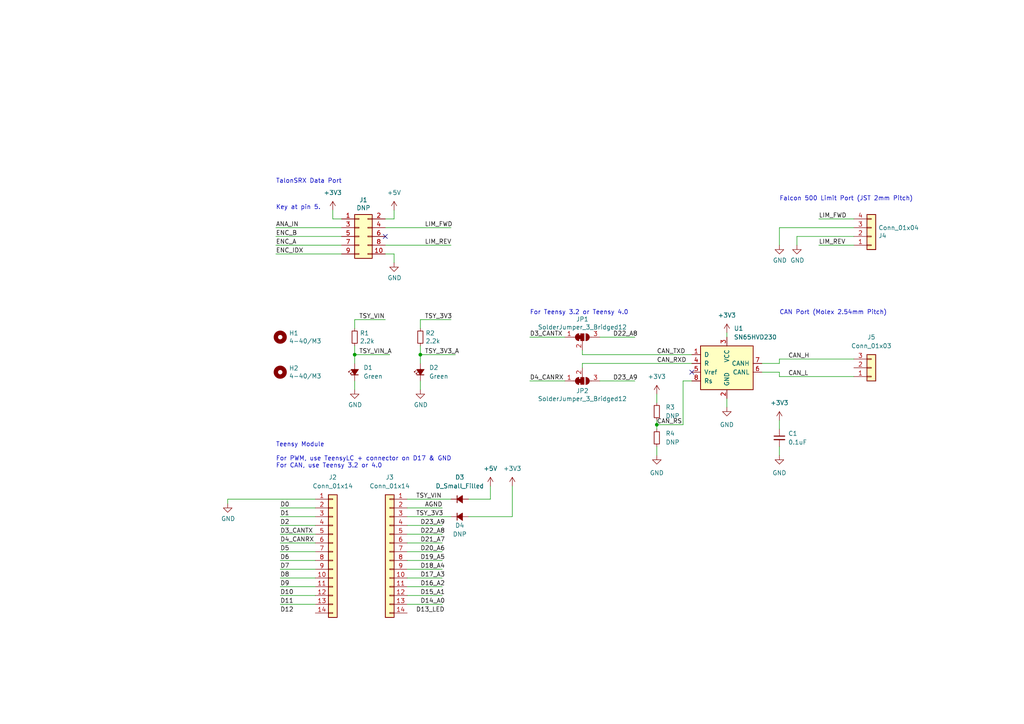
<source format=kicad_sch>
(kicad_sch (version 20211123) (generator eeschema)
  (paper "A4")
  (lib_symbols
    (symbol "Connector_Generic:Conn_01x03" (pin_names (offset 1.016) hide)
      (property "Reference" "J" (at 0 5.08 0))
      (property "Value" "Conn_01x03" (at 0 -5.08 0))
      (symbol "Conn_01x03_1_1"
        (rectangle (start -1.27 -2.413) (end 0 -2.667) (stroke (width 0.1524)))
        (rectangle (start -1.27 0.127) (end 0 -0.127) (stroke (width 0.1524)))
        (rectangle (start -1.27 2.667) (end 0 2.413) (stroke (width 0.1524)))
        (rectangle (start -1.27 3.81) (end 1.27 -3.81) (stroke (width 0.254)) (fill (type background)))
        (pin passive line (at -5.08 2.54 0) (length 3.81) (name "Pin_1") (number "1"))
        (pin passive line (at -5.08 0 0) (length 3.81) (name "Pin_2") (number "2"))
        (pin passive line (at -5.08 -2.54 0) (length 3.81) (name "Pin_3") (number "3"))
      )
    )
    (symbol "Connector_Generic:Conn_01x04" (pin_names (offset 1.016) hide)
      (property "Reference" "J" (at 0 5.08 0))
      (property "Value" "Conn_01x04" (at 0 -7.62 0))
      (symbol "Conn_01x04_1_1"
        (rectangle (start -1.27 -4.953) (end 0 -5.207) (stroke (width 0.1524)))
        (rectangle (start -1.27 -2.413) (end 0 -2.667) (stroke (width 0.1524)))
        (rectangle (start -1.27 0.127) (end 0 -0.127) (stroke (width 0.1524)))
        (rectangle (start -1.27 2.667) (end 0 2.413) (stroke (width 0.1524)))
        (rectangle (start -1.27 3.81) (end 1.27 -6.35) (stroke (width 0.254)) (fill (type background)))
        (pin passive line (at -5.08 2.54 0) (length 3.81) (name "Pin_1") (number "1"))
        (pin passive line (at -5.08 0 0) (length 3.81) (name "Pin_2") (number "2"))
        (pin passive line (at -5.08 -2.54 0) (length 3.81) (name "Pin_3") (number "3"))
        (pin passive line (at -5.08 -5.08 0) (length 3.81) (name "Pin_4") (number "4"))
      )
    )
    (symbol "Connector_Generic:Conn_01x14" (pin_names (offset 1.016) hide)
      (property "Reference" "J" (at 0 17.78 0))
      (property "Value" "Conn_01x14" (at 0 -20.32 0))
      (symbol "Conn_01x14_1_1"
        (rectangle (start -1.27 -17.653) (end 0 -17.907) (stroke (width 0.1524)))
        (rectangle (start -1.27 -15.113) (end 0 -15.367) (stroke (width 0.1524)))
        (rectangle (start -1.27 -12.573) (end 0 -12.827) (stroke (width 0.1524)))
        (rectangle (start -1.27 -10.033) (end 0 -10.287) (stroke (width 0.1524)))
        (rectangle (start -1.27 -7.493) (end 0 -7.747) (stroke (width 0.1524)))
        (rectangle (start -1.27 -4.953) (end 0 -5.207) (stroke (width 0.1524)))
        (rectangle (start -1.27 -2.413) (end 0 -2.667) (stroke (width 0.1524)))
        (rectangle (start -1.27 0.127) (end 0 -0.127) (stroke (width 0.1524)))
        (rectangle (start -1.27 2.667) (end 0 2.413) (stroke (width 0.1524)))
        (rectangle (start -1.27 5.207) (end 0 4.953) (stroke (width 0.1524)))
        (rectangle (start -1.27 7.747) (end 0 7.493) (stroke (width 0.1524)))
        (rectangle (start -1.27 10.287) (end 0 10.033) (stroke (width 0.1524)))
        (rectangle (start -1.27 12.827) (end 0 12.573) (stroke (width 0.1524)))
        (rectangle (start -1.27 15.367) (end 0 15.113) (stroke (width 0.1524)))
        (rectangle (start -1.27 16.51) (end 1.27 -19.05) (stroke (width 0.254)) (fill (type background)))
        (pin passive line (at -5.08 15.24 0) (length 3.81) (name "Pin_1") (number "1"))
        (pin passive line (at -5.08 -7.62 0) (length 3.81) (name "Pin_10") (number "10"))
        (pin passive line (at -5.08 -10.16 0) (length 3.81) (name "Pin_11") (number "11"))
        (pin passive line (at -5.08 -12.7 0) (length 3.81) (name "Pin_12") (number "12"))
        (pin passive line (at -5.08 -15.24 0) (length 3.81) (name "Pin_13") (number "13"))
        (pin passive line (at -5.08 -17.78 0) (length 3.81) (name "Pin_14") (number "14"))
        (pin passive line (at -5.08 12.7 0) (length 3.81) (name "Pin_2") (number "2"))
        (pin passive line (at -5.08 10.16 0) (length 3.81) (name "Pin_3") (number "3"))
        (pin passive line (at -5.08 7.62 0) (length 3.81) (name "Pin_4") (number "4"))
        (pin passive line (at -5.08 5.08 0) (length 3.81) (name "Pin_5") (number "5"))
        (pin passive line (at -5.08 2.54 0) (length 3.81) (name "Pin_6") (number "6"))
        (pin passive line (at -5.08 0 0) (length 3.81) (name "Pin_7") (number "7"))
        (pin passive line (at -5.08 -2.54 0) (length 3.81) (name "Pin_8") (number "8"))
        (pin passive line (at -5.08 -5.08 0) (length 3.81) (name "Pin_9") (number "9"))
      )
    )
    (symbol "Connector_Generic:Conn_02x05_Odd_Even" (pin_names (offset 1.016) hide)
      (property "Reference" "J" (at 1.27 7.62 0))
      (property "Value" "Conn_02x05_Odd_Even" (at 1.27 -7.62 0))
      (symbol "Conn_02x05_Odd_Even_1_1"
        (rectangle (start -1.27 -4.953) (end 0 -5.207) (stroke (width 0.1524)))
        (rectangle (start -1.27 -2.413) (end 0 -2.667) (stroke (width 0.1524)))
        (rectangle (start -1.27 0.127) (end 0 -0.127) (stroke (width 0.1524)))
        (rectangle (start -1.27 2.667) (end 0 2.413) (stroke (width 0.1524)))
        (rectangle (start -1.27 5.207) (end 0 4.953) (stroke (width 0.1524)))
        (rectangle (start -1.27 6.35) (end 3.81 -6.35) (stroke (width 0.254)) (fill (type background)))
        (rectangle (start 3.81 -4.953) (end 2.54 -5.207) (stroke (width 0.1524)))
        (rectangle (start 3.81 -2.413) (end 2.54 -2.667) (stroke (width 0.1524)))
        (rectangle (start 3.81 0.127) (end 2.54 -0.127) (stroke (width 0.1524)))
        (rectangle (start 3.81 2.667) (end 2.54 2.413) (stroke (width 0.1524)))
        (rectangle (start 3.81 5.207) (end 2.54 4.953) (stroke (width 0.1524)))
        (pin passive line (at -5.08 5.08 0) (length 3.81) (name "Pin_1") (number "1"))
        (pin passive line (at 7.62 -5.08 180) (length 3.81) (name "Pin_10") (number "10"))
        (pin passive line (at 7.62 5.08 180) (length 3.81) (name "Pin_2") (number "2"))
        (pin passive line (at -5.08 2.54 0) (length 3.81) (name "Pin_3") (number "3"))
        (pin passive line (at 7.62 2.54 180) (length 3.81) (name "Pin_4") (number "4"))
        (pin passive line (at -5.08 0 0) (length 3.81) (name "Pin_5") (number "5"))
        (pin passive line (at 7.62 0 180) (length 3.81) (name "Pin_6") (number "6"))
        (pin passive line (at -5.08 -2.54 0) (length 3.81) (name "Pin_7") (number "7"))
        (pin passive line (at 7.62 -2.54 180) (length 3.81) (name "Pin_8") (number "8"))
        (pin passive line (at -5.08 -5.08 0) (length 3.81) (name "Pin_9") (number "9"))
      )
    )
    (symbol "Device:C_Small" (pin_numbers hide) (pin_names (offset 0.254) hide)
      (property "Reference" "C" (at 0.254 1.778 0))
      (property "Value" "C_Small" (at 0.254 -2.032 0))
      (symbol "C_Small_0_1"
        (polyline (pts (xy -1.524 -0.508) (xy 1.524 -0.508)) (stroke (width 0.3302)))
        (polyline (pts (xy -1.524 0.508) (xy 1.524 0.508)) (stroke (width 0.3048)))
      )
      (symbol "C_Small_1_1"
        (pin passive line (at 0 2.54 270) (length 2.032) (name "~") (number "1"))
        (pin passive line (at 0 -2.54 90) (length 2.032) (name "~") (number "2"))
      )
    )
    (symbol "Device:D_Small_Filled" (pin_numbers hide) (pin_names (offset 0.254) hide)
      (property "Reference" "D" (at -1.27 2.032 0))
      (property "Value" "D_Small_Filled" (at -3.81 -2.032 0))
      (symbol "D_Small_Filled_0_1"
        (polyline (pts (xy -0.762 -1.016) (xy -0.762 1.016)) (stroke (width 0.254)))
        (polyline (pts (xy -0.762 0) (xy 0.762 0)))
        (polyline (pts (xy 0.762 -1.016) (xy -0.762 0) (xy 0.762 1.016) (xy 0.762 -1.016)) (stroke (width 0.254)) (fill (type outline)))
      )
      (symbol "D_Small_Filled_1_1"
        (pin passive line (at -2.54 0 0) (length 1.778) (name "K") (number "1"))
        (pin passive line (at 2.54 0 180) (length 1.778) (name "A") (number "2"))
      )
    )
    (symbol "Device:LED_Small_Filled" (pin_numbers hide) (pin_names (offset 0.254) hide)
      (property "Reference" "D" (at -1.27 3.175 0))
      (property "Value" "LED_Small_Filled" (at -4.445 -2.54 0))
      (symbol "LED_Small_Filled_0_1"
        (polyline (pts (xy -0.762 -1.016) (xy -0.762 1.016)) (stroke (width 0.254)))
        (polyline (pts (xy 1.016 0) (xy -0.762 0)))
        (polyline (pts (xy 0.762 -1.016) (xy -0.762 0) (xy 0.762 1.016) (xy 0.762 -1.016)) (stroke (width 0.254)) (fill (type outline)))
        (polyline (pts (xy 0 0.762) (xy -0.508 1.27) (xy -0.254 1.27) (xy -0.508 1.27) (xy -0.508 1.016)))
        (polyline (pts (xy 0.508 1.27) (xy 0 1.778) (xy 0.254 1.778) (xy 0 1.778) (xy 0 1.524)))
      )
      (symbol "LED_Small_Filled_1_1"
        (pin passive line (at -2.54 0 0) (length 1.778) (name "K") (number "1"))
        (pin passive line (at 2.54 0 180) (length 1.778) (name "A") (number "2"))
      )
    )
    (symbol "Device:R_Small" (pin_numbers hide) (pin_names (offset 0.254) hide)
      (property "Reference" "R" (at 0.762 0.508 0))
      (property "Value" "R_Small" (at 0.762 -1.016 0))
      (symbol "R_Small_0_1"
        (rectangle (start -0.762 1.778) (end 0.762 -1.778) (stroke (width 0.2032)))
      )
      (symbol "R_Small_1_1"
        (pin passive line (at 0 2.54 270) (length 0.762) (name "~") (number "1"))
        (pin passive line (at 0 -2.54 90) (length 0.762) (name "~") (number "2"))
      )
    )
    (symbol "Interface_CAN_LIN:SN65HVD230" (pin_names (offset 1.016))
      (property "Reference" "U" (at -2.54 10.16 0))
      (property "Value" "SN65HVD230" (at -2.54 7.62 0))
      (symbol "SN65HVD230_0_1"
        (rectangle (start -7.62 5.08) (end 7.62 -7.62) (stroke (width 0.254)) (fill (type background)))
      )
      (symbol "SN65HVD230_1_1"
        (pin input line (at -10.16 2.54 0) (length 2.54) (name "D") (number "1"))
        (pin power_in line (at 0 -10.16 90) (length 2.54) (name "GND") (number "2"))
        (pin power_in line (at 0 7.62 270) (length 2.54) (name "VCC") (number "3"))
        (pin output line (at -10.16 0 0) (length 2.54) (name "R") (number "4"))
        (pin output line (at -10.16 -2.54 0) (length 2.54) (name "Vref") (number "5"))
        (pin bidirectional line (at 10.16 -2.54 180) (length 2.54) (name "CANL") (number "6"))
        (pin bidirectional line (at 10.16 0 180) (length 2.54) (name "CANH") (number "7"))
        (pin input line (at -10.16 -5.08 0) (length 2.54) (name "Rs") (number "8"))
      )
    )
    (symbol "Jumper:SolderJumper_3_Bridged12" (pin_names (offset 0) hide)
      (property "Reference" "JP" (at -2.54 -2.54 0))
      (property "Value" "SolderJumper_3_Bridged12" (at 0 2.794 0))
      (symbol "SolderJumper_3_Bridged12_0_1"
        (rectangle (start -1.016 0.508) (end -0.508 -0.508) (fill (type outline)))
        (arc (start -1.016 1.016) (mid -2.032 0) (end -1.016 -1.016))
        (arc (start -1.016 1.016) (mid -2.032 0) (end -1.016 -1.016) (fill (type outline)))
        (rectangle (start -0.508 1.016) (end 0.508 -1.016) (fill (type outline)))
        (polyline (pts (xy -2.54 0) (xy -2.032 0)))
        (polyline (pts (xy -1.016 1.016) (xy -1.016 -1.016)))
        (polyline (pts (xy 0 -1.27) (xy 0 -1.016)))
        (polyline (pts (xy 1.016 1.016) (xy 1.016 -1.016)))
        (polyline (pts (xy 2.54 0) (xy 2.032 0)))
        (arc (start 1.016 -1.016) (mid 2.032 0) (end 1.016 1.016))
        (arc (start 1.016 -1.016) (mid 2.032 0) (end 1.016 1.016) (fill (type outline)))
      )
      (symbol "SolderJumper_3_Bridged12_1_1"
        (pin passive line (at -5.08 0 0) (length 2.54) (name "A") (number "1"))
        (pin passive line (at 0 -3.81 90) (length 2.54) (name "C") (number "2"))
        (pin passive line (at 5.08 0 180) (length 2.54) (name "B") (number "3"))
      )
    )
    (symbol "Mechanical:MountingHole" (pin_names (offset 1.016))
      (property "Reference" "H" (at 0 5.08 0))
      (property "Value" "MountingHole" (at 0 3.175 0))
      (symbol "MountingHole_0_1"
        (circle (center 0 0) (radius 1.27) (stroke (width 1.27)))
      )
    )
    (symbol "power:+3V3" (power) (pin_names (offset 0))
      (property "Value" "+3V3" (at 0 3.556 0))
      (symbol "+3V3_0_1"
        (polyline (pts (xy -0.762 1.27) (xy 0 2.54)))
        (polyline (pts (xy 0 0) (xy 0 2.54)))
        (polyline (pts (xy 0 2.54) (xy 0.762 1.27)))
      )
      (symbol "+3V3_1_1"
        (pin power_in line (at 0 0 90) (length 0) hide (name "+3V3") (number "1"))
      )
    )
    (symbol "power:+5V" (power) (pin_names (offset 0))
      (property "Value" "+5V" (at 0 3.556 0))
      (symbol "+5V_0_1"
        (polyline (pts (xy -0.762 1.27) (xy 0 2.54)))
        (polyline (pts (xy 0 0) (xy 0 2.54)))
        (polyline (pts (xy 0 2.54) (xy 0.762 1.27)))
      )
      (symbol "+5V_1_1"
        (pin power_in line (at 0 0 90) (length 0) hide (name "+5V") (number "1"))
      )
    )
    (symbol "power:GND" (power) (pin_names (offset 0))
      (property "Value" "GND" (at 0 -3.81 0))
      (symbol "GND_0_1"
        (polyline (pts (xy 0 0) (xy 0 -1.27) (xy 1.27 -1.27) (xy 0 -2.54) (xy -1.27 -1.27) (xy 0 -1.27)))
      )
      (symbol "GND_1_1"
        (pin power_in line (at 0 0 270) (length 0) hide (name "GND") (number "1"))
      )
    )
  )
  (junction (at 102.87 102.87))
  (junction (at 121.92 102.87))
  (junction (at 190.5 123.19))
  (no_connect (at 200.66 107.95))
  (no_connect (at 111.76 68.58))
  (wire (pts (xy 118.11 149.86) (xy 130.81 149.86)))
  (wire (pts (xy 102.87 110.49) (xy 102.87 113.03)))
  (wire (pts (xy 226.06 66.04) (xy 247.65 66.04)))
  (wire (pts (xy 220.98 105.41) (xy 226.06 105.41)))
  (wire (pts (xy 220.98 107.95) (xy 226.06 107.95)))
  (wire (pts (xy 148.59 149.86) (xy 135.89 149.86)))
  (wire (pts (xy 210.82 96.52) (xy 210.82 97.79)))
  (wire (pts (xy 102.87 105.41) (xy 102.87 102.87)))
  (wire (pts (xy 81.28 147.32) (xy 91.44 147.32)))
  (wire (pts (xy 231.14 68.58) (xy 247.65 68.58)))
  (wire (pts (xy 190.5 123.19) (xy 190.5 124.46)))
  (wire (pts (xy 210.82 115.57) (xy 210.82 118.11)))
  (wire (pts (xy 142.24 144.78) (xy 135.89 144.78)))
  (wire (pts (xy 81.28 170.18) (xy 91.44 170.18)))
  (wire (pts (xy 173.99 97.79) (xy 184.15 97.79)))
  (wire (pts (xy 153.67 97.79) (xy 163.83 97.79)))
  (wire (pts (xy 226.06 109.22) (xy 247.65 109.22)))
  (wire (pts (xy 81.28 149.86) (xy 91.44 149.86)))
  (wire (pts (xy 118.11 157.48) (xy 128.27 157.48)))
  (wire (pts (xy 168.91 106.68) (xy 168.91 105.41)))
  (wire (pts (xy 173.99 110.49) (xy 184.15 110.49)))
  (wire (pts (xy 102.87 102.87) (xy 113.03 102.87)))
  (wire (pts (xy 226.06 121.92) (xy 226.06 124.46)))
  (wire (pts (xy 118.11 167.64) (xy 128.27 167.64)))
  (wire (pts (xy 80.01 66.04) (xy 99.06 66.04)))
  (wire (pts (xy 148.59 140.97) (xy 148.59 149.86)))
  (wire (pts (xy 102.87 95.25) (xy 102.87 92.71)))
  (wire (pts (xy 102.87 102.87) (xy 102.87 100.33)))
  (wire (pts (xy 121.92 105.41) (xy 121.92 102.87)))
  (wire (pts (xy 111.76 71.12) (xy 130.81 71.12)))
  (wire (pts (xy 231.14 68.58) (xy 231.14 71.12)))
  (wire (pts (xy 226.06 104.14) (xy 247.65 104.14)))
  (wire (pts (xy 121.92 95.25) (xy 121.92 92.71)))
  (wire (pts (xy 190.5 129.54) (xy 190.5 132.08)))
  (wire (pts (xy 81.28 157.48) (xy 91.44 157.48)))
  (wire (pts (xy 81.28 152.4) (xy 91.44 152.4)))
  (wire (pts (xy 190.5 123.19) (xy 198.12 123.19)))
  (wire (pts (xy 118.11 172.72) (xy 128.27 172.72)))
  (wire (pts (xy 237.49 71.12) (xy 247.65 71.12)))
  (wire (pts (xy 81.28 172.72) (xy 91.44 172.72)))
  (wire (pts (xy 114.3 76.2) (xy 114.3 73.66)))
  (wire (pts (xy 121.92 102.87) (xy 121.92 100.33)))
  (wire (pts (xy 99.06 73.66) (xy 80.01 73.66)))
  (wire (pts (xy 198.12 123.19) (xy 198.12 110.49)))
  (wire (pts (xy 99.06 68.58) (xy 80.01 68.58)))
  (wire (pts (xy 190.5 121.92) (xy 190.5 123.19)))
  (wire (pts (xy 111.76 66.04) (xy 130.81 66.04)))
  (wire (pts (xy 81.28 162.56) (xy 91.44 162.56)))
  (wire (pts (xy 118.11 162.56) (xy 128.27 162.56)))
  (wire (pts (xy 118.11 154.94) (xy 128.27 154.94)))
  (wire (pts (xy 96.52 60.96) (xy 96.52 63.5)))
  (wire (pts (xy 66.04 144.78) (xy 91.44 144.78)))
  (wire (pts (xy 111.76 73.66) (xy 114.3 73.66)))
  (wire (pts (xy 200.66 102.87) (xy 168.91 102.87)))
  (wire (pts (xy 198.12 110.49) (xy 200.66 110.49)))
  (wire (pts (xy 118.11 170.18) (xy 128.27 170.18)))
  (wire (pts (xy 118.11 165.1) (xy 128.27 165.1)))
  (wire (pts (xy 226.06 129.54) (xy 226.06 132.08)))
  (wire (pts (xy 81.28 175.26) (xy 91.44 175.26)))
  (wire (pts (xy 99.06 63.5) (xy 96.52 63.5)))
  (wire (pts (xy 121.92 92.71) (xy 130.81 92.71)))
  (wire (pts (xy 114.3 63.5) (xy 111.76 63.5)))
  (wire (pts (xy 118.11 144.78) (xy 130.81 144.78)))
  (wire (pts (xy 118.11 152.4) (xy 128.27 152.4)))
  (wire (pts (xy 168.91 102.87) (xy 168.91 101.6)))
  (wire (pts (xy 81.28 165.1) (xy 91.44 165.1)))
  (wire (pts (xy 118.11 147.32) (xy 128.27 147.32)))
  (wire (pts (xy 81.28 167.64) (xy 91.44 167.64)))
  (wire (pts (xy 226.06 107.95) (xy 226.06 109.22)))
  (wire (pts (xy 121.92 110.49) (xy 121.92 113.03)))
  (wire (pts (xy 118.11 160.02) (xy 128.27 160.02)))
  (wire (pts (xy 247.65 63.5) (xy 237.49 63.5)))
  (wire (pts (xy 114.3 60.96) (xy 114.3 63.5)))
  (wire (pts (xy 226.06 105.41) (xy 226.06 104.14)))
  (wire (pts (xy 118.11 175.26) (xy 128.27 175.26)))
  (wire (pts (xy 81.28 154.94) (xy 91.44 154.94)))
  (wire (pts (xy 102.87 92.71) (xy 111.76 92.71)))
  (wire (pts (xy 80.01 71.12) (xy 99.06 71.12)))
  (wire (pts (xy 190.5 114.3) (xy 190.5 116.84)))
  (wire (pts (xy 81.28 160.02) (xy 91.44 160.02)))
  (wire (pts (xy 168.91 105.41) (xy 200.66 105.41)))
  (wire (pts (xy 153.67 110.49) (xy 163.83 110.49)))
  (wire (pts (xy 226.06 71.12) (xy 226.06 66.04)))
  (wire (pts (xy 121.92 102.87) (xy 132.08 102.87)))
  (wire (pts (xy 142.24 140.97) (xy 142.24 144.78)))
  (wire (pts (xy 66.04 146.05) (xy 66.04 144.78)))
  (text "Teensy Module\n\nFor PWM, use TeensyLC + connector on D17 & GND\nFor CAN, use Teensy 3.2 or 4.0" (at 80.01 135.89 0) (effects (font (size 1.27 1.27)) (justify left bottom)))
  (text "CAN Port (Molex 2.54mm Pitch)" (at 226.06 91.44 0) (effects (font (size 1.27 1.27)) (justify left bottom)))
  (text "Falcon 500 Limit Port (JST 2mm Pitch)" (at 226.06 58.42 0) (effects (font (size 1.27 1.27)) (justify left bottom)))
  (text "Key at pin 5." (at 80.01 60.96 0) (effects (font (size 1.27 1.27)) (justify left bottom)))
  (text "TalonSRX Data Port" (at 80.01 53.34 0) (effects (font (size 1.27 1.27)) (justify left bottom)))
  (text "For Teensy 3.2 or Teensy 4.0" (at 153.67 91.44 0) (effects (font (size 1.27 1.27)) (justify left bottom)))
  (label "D13_LED" (at 120.65 177.8 0))
  (label "D0" (at 81.28 147.32 0))
  (label "ENC_A" (at 80.01 71.12 0))
  (label "D22_A8" (at 177.8 97.79 0))
  (label "D7" (at 81.28 165.1 0))
  (label "D3_CANTX" (at 153.67 97.79 0))
  (label "D2" (at 81.28 152.4 0))
  (label "D10" (at 81.28 172.72 0))
  (label "ENC_IDX" (at 80.01 73.66 0))
  (label "CAN_L" (at 228.6 109.22 0))
  (label "TSY_3V3" (at 123.19 92.71 0))
  (label "CAN_RXD" (at 190.5 105.41 0))
  (label "D4_CANRX" (at 153.67 110.49 0))
  (label "D21_A7" (at 121.92 157.48 0))
  (label "CAN_H" (at 228.6 104.14 0))
  (label "AGND" (at 123.19 147.32 0))
  (label "D3_CANTX" (at 81.28 154.94 0))
  (label "D19_A5" (at 121.92 162.56 0))
  (label "D9" (at 81.28 170.18 0))
  (label "ENC_B" (at 80.01 68.58 0))
  (label "CAN_RS" (at 190.5 123.19 0))
  (label "LIM_FWD" (at 123.19 66.04 0))
  (label "D17_A3" (at 121.92 167.64 0))
  (label "TSY_VIN" (at 104.14 92.71 0))
  (label "TSY_VIN_A" (at 104.14 102.87 0))
  (label "TSY_3V3_A" (at 123.19 102.87 0))
  (label "D18_A4" (at 121.92 165.1 0))
  (label "D6" (at 81.28 162.56 0))
  (label "D16_A2" (at 121.92 170.18 0))
  (label "LIM_REV" (at 123.19 71.12 0))
  (label "D12" (at 81.28 177.8 0))
  (label "D4_CANRX" (at 81.28 157.48 0))
  (label "D5" (at 81.28 160.02 0))
  (label "LIM_FWD" (at 237.49 63.5 0))
  (label "D23_A9" (at 121.92 152.4 0))
  (label "D22_A8" (at 121.92 154.94 0))
  (label "D23_A9" (at 177.8 110.49 0))
  (label "D8" (at 81.28 167.64 0))
  (label "LIM_REV" (at 237.49 71.12 0))
  (label "D11" (at 81.28 175.26 0))
  (label "ANA_IN" (at 80.01 66.04 0))
  (label "CAN_TXD" (at 190.5 102.87 0))
  (label "D1" (at 81.28 149.86 0))
  (label "D15_A1" (at 121.92 172.72 0))
  (label "D14_A0" (at 121.92 175.26 0))
  (label "TSY_VIN" (at 120.65 144.78 0))
  (label "D20_A6" (at 121.92 160.02 0))
  (label "TSY_3V3" (at 120.65 149.86 0))
  (symbol (lib_id "Connector_Generic:Conn_02x05_Odd_Even") (at 104.14 68.58 0) (unit 1)
    (property "Reference" "J1" (at 105.41 57.9882 0))
    (property "Value" "DNP" (at 105.41 60.2996 0))
    (property "Footprint" "Connector_PinHeader_1.27mm:PinHeader_2x05_P1.27mm_Vertical" (effects hide))
    (property "Mfg" "Amphenol CS" (effects hide))
    (property "Mfg PN" "20021311-00010T4LF" (effects hide))
  )
  (symbol (lib_id "power:GND") (at 114.3 76.2 0) (unit 1)
    (property "Reference" "#PWR0101" (effects hide))
    (property "Value" "GND" (at 114.427 80.5942 0))
  )
  (symbol (lib_id "Jumper:SolderJumper_3_Bridged12") (at 168.91 110.49 0) (mirror x) (unit 1)
    (property "Reference" "JP2" (at 168.91 113.3602 0))
    (property "Value" "SolderJumper_3_Bridged12" (at 168.91 115.6716 0))
    (property "Footprint" "Jumper:SolderJumper-3_P1.3mm_Bridged12_Pad1.0x1.5mm" (effects hide))
  )
  (symbol (lib_id "Jumper:SolderJumper_3_Bridged12") (at 168.91 97.79 0) (unit 1)
    (property "Reference" "JP1" (at 168.91 92.583 0))
    (property "Value" "SolderJumper_3_Bridged12" (at 168.91 94.8944 0))
    (property "Footprint" "Jumper:SolderJumper-3_P1.3mm_Bridged12_Pad1.0x1.5mm" (effects hide))
  )
  (symbol (lib_id "Connector_Generic:Conn_01x04") (at 252.73 68.58 0) (mirror x) (unit 1)
    (property "Reference" "J4" (at 254.762 68.3768 0) (effects (justify left)))
    (property "Value" "Conn_01x04" (at 254.762 66.0654 0) (effects (justify left)))
    (property "Footprint" "Connector_JST:JST_PH_S4B-PH-SM4-TB_1x04-1MP_P2.00mm_Horizontal" (effects hide))
    (property "Mfg" "JST Sales America" (effects hide))
    (property "Mfg PN" "S4B-PH-SM4-K-TB(LF)(SN)" (effects hide))
    (property "JLCPCB PN" "C265332" (effects hide))
  )
  (symbol (lib_id "power:GND") (at 226.06 71.12 0) (unit 1)
    (property "Reference" "#PWR0103" (effects hide))
    (property "Value" "GND" (at 226.187 75.5142 0))
  )
  (symbol (lib_id "power:GND") (at 231.14 71.12 0) (unit 1)
    (property "Reference" "#PWR0104" (effects hide))
    (property "Value" "GND" (at 231.267 75.5142 0))
  )
  (symbol (lib_id "Device:R_Small") (at 121.92 97.79 0) (unit 1)
    (property "Reference" "R2" (at 123.4186 96.6216 0) (effects (justify left)))
    (property "Value" "2.2k" (at 123.4186 98.933 0) (effects (justify left)))
    (property "Footprint" "Resistor_SMD:R_0805_2012Metric" (effects hide))
    (property "Mfg" "UNI-ROYAL" (effects hide))
    (property "Mfg PN" "0805W8F2201T5E" (effects hide))
    (property "JLCPCB PN" "C17520" (effects hide))
  )
  (symbol (lib_id "Device:R_Small") (at 102.87 97.79 0) (unit 1)
    (property "Reference" "R1" (at 104.3686 96.6216 0) (effects (justify left)))
    (property "Value" "2.2k" (at 104.3686 98.933 0) (effects (justify left)))
    (property "Footprint" "Resistor_SMD:R_0805_2012Metric" (effects hide))
    (property "Mfg" "UNI-ROYAL" (effects hide))
    (property "Mfg PN" "0805W8F2201T5E" (effects hide))
    (property "JLCPCB PN" "C17520" (effects hide))
  )
  (symbol (lib_id "Mechanical:MountingHole") (at 81.28 97.79 0) (unit 1)
    (property "Reference" "H1" (at 83.82 96.6216 0) (effects (justify left)))
    (property "Value" "4-40/M3" (at 83.82 98.933 0) (effects (justify left)))
    (property "Footprint" "talonsrx-enc-limit-ftc-special:MountingHole_3.2mm_M3_Clearance" (effects hide))
  )
  (symbol (lib_id "Mechanical:MountingHole") (at 81.28 107.95 0) (unit 1)
    (property "Reference" "H2" (at 83.82 106.7816 0) (effects (justify left)))
    (property "Value" "4-40/M3" (at 83.82 109.093 0) (effects (justify left)))
    (property "Footprint" "talonsrx-enc-limit-ftc-special:MountingHole_3.2mm_M3_Clearance" (effects hide))
  )
  (symbol (lib_id "power:+3V3") (at 96.52 60.96 0) (unit 1)
    (property "Reference" "#PWR0108" (effects hide))
    (property "Value" "+3V3" (at 96.52 55.88 0))
  )
  (symbol (lib_id "power:+5V") (at 114.3 60.96 0) (unit 1)
    (property "Reference" "#PWR0109" (effects hide))
    (property "Value" "+5V" (at 114.3 55.88 0))
  )
  (symbol (lib_id "Device:LED_Small_Filled") (at 102.87 107.95 90) (unit 1)
    (property "Reference" "D1" (at 105.41 106.6164 90) (effects (justify right)))
    (property "Value" "Green" (at 105.41 109.1564 90) (effects (justify right)))
    (property "Footprint" "LED_SMD:LED_0603_1608Metric" (effects hide))
  )
  (symbol (lib_id "power:+3V3") (at 226.06 121.92 0) (unit 1)
    (property "Reference" "#PWR0113" (effects hide))
    (property "Value" "+3V3" (at 226.06 116.84 0))
  )
  (symbol (lib_id "power:+5V") (at 142.24 140.97 0) (unit 1)
    (property "Reference" "#PWR0106" (effects hide))
    (property "Value" "+5V" (at 142.24 135.89 0))
  )
  (symbol (lib_id "Device:R_Small") (at 190.5 119.38 0) (unit 1)
    (property "Reference" "R3" (at 193.04 118.1099 0) (effects (justify left)))
    (property "Value" "DNP" (at 193.04 120.6499 0) (effects (justify left)))
    (property "Footprint" "Resistor_SMD:R_0805_2012Metric" (effects hide))
  )
  (symbol (lib_id "power:+3V3") (at 210.82 96.52 0) (unit 1)
    (property "Reference" "#PWR0110" (effects hide))
    (property "Value" "+3V3" (at 210.82 91.44 0))
  )
  (symbol (lib_id "Device:D_Small_Filled") (at 133.35 149.86 0) (unit 1)
    (property "Reference" "D4" (at 133.35 152.4 0))
    (property "Value" "DNP" (at 133.35 154.94 0))
    (property "Footprint" "Diode_SMD:D_SOD-323_HandSoldering" (effects hide))
  )
  (symbol (lib_id "Device:R_Small") (at 190.5 127 0) (unit 1)
    (property "Reference" "R4" (at 193.04 125.7299 0) (effects (justify left)))
    (property "Value" "DNP" (at 193.04 128.2699 0) (effects (justify left)))
    (property "Footprint" "Resistor_SMD:R_0805_2012Metric" (effects hide))
  )
  (symbol (lib_id "power:GND") (at 102.87 113.03 0) (unit 1)
    (property "Reference" "#PWR0105" (effects hide))
    (property "Value" "GND" (at 102.997 117.4242 0))
  )
  (symbol (lib_id "Connector_Generic:Conn_01x14") (at 113.03 160.02 0) (mirror y) (unit 1)
    (property "Reference" "J3" (at 113.03 138.43 0))
    (property "Value" "Conn_01x14" (at 113.03 140.97 0))
    (property "Footprint" "Connector_PinHeader_2.54mm:PinHeader_1x14_P2.54mm_Vertical_SMD_Pin1Right" (effects hide))
  )
  (symbol (lib_id "Connector_Generic:Conn_01x03") (at 252.73 106.68 0) (mirror x) (unit 1)
    (property "Reference" "J5" (at 252.73 97.79 0))
    (property "Value" "Conn_01x03" (at 252.73 100.33 0))
    (property "Footprint" "Connector_PinHeader_2.54mm:PinHeader_1x03_P2.54mm_Horizontal" (effects hide))
  )
  (symbol (lib_id "power:GND") (at 226.06 132.08 0) (unit 1)
    (property "Reference" "#PWR0114" (effects hide))
    (property "Value" "GND" (at 226.06 137.16 0))
  )
  (symbol (lib_id "Connector_Generic:Conn_01x14") (at 96.52 160.02 0) (unit 1)
    (property "Reference" "J2" (at 96.52 138.43 0))
    (property "Value" "Conn_01x14" (at 96.52 140.97 0))
    (property "Footprint" "Connector_PinHeader_2.54mm:PinHeader_1x14_P2.54mm_Vertical_SMD_Pin1Left" (effects hide))
  )
  (symbol (lib_id "Interface_CAN_LIN:SN65HVD230") (at 210.82 105.41 0) (unit 1)
    (property "Reference" "U1" (at 212.8394 95.25 0) (effects (justify left)))
    (property "Value" "SN65HVD230" (at 212.8394 97.79 0) (effects (justify left)))
    (property "Footprint" "Package_SO:SOIC-8_3.9x4.9mm_P1.27mm" (effects hide))
    (property "Datasheet" "http://www.ti.com/lit/ds/symlink/sn65hvd230.pdf" (effects hide))
  )
  (symbol (lib_id "Device:C_Small") (at 226.06 127 0) (unit 1)
    (property "Reference" "C1" (at 228.6 125.7362 0) (effects (justify left)))
    (property "Value" "0.1uF" (at 228.6 128.2762 0) (effects (justify left)))
    (property "Footprint" "Capacitor_SMD:C_0805_2012Metric" (effects hide))
  )
  (symbol (lib_id "power:GND") (at 210.82 118.11 0) (unit 1)
    (property "Reference" "#PWR0112" (effects hide))
    (property "Value" "GND" (at 210.82 123.19 0))
  )
  (symbol (lib_id "power:GND") (at 121.92 113.03 0) (unit 1)
    (property "Reference" "#PWR0102" (effects hide))
    (property "Value" "GND" (at 122.047 117.4242 0))
  )
  (symbol (lib_id "power:GND") (at 66.04 146.05 0) (unit 1)
    (property "Reference" "#PWR0111" (effects hide))
    (property "Value" "GND" (at 66.167 150.4442 0))
  )
  (symbol (lib_id "Device:D_Small_Filled") (at 133.35 144.78 0) (unit 1)
    (property "Reference" "D3" (at 133.35 138.43 0))
    (property "Value" "D_Small_Filled" (at 133.35 140.97 0))
    (property "Footprint" "Diode_SMD:D_SOD-323_HandSoldering" (effects hide))
  )
  (symbol (lib_id "power:+3V3") (at 148.59 140.97 0) (unit 1)
    (property "Reference" "#PWR0107" (effects hide))
    (property "Value" "+3V3" (at 148.59 135.89 0))
  )
  (symbol (lib_id "Device:LED_Small_Filled") (at 121.92 107.95 90) (unit 1)
    (property "Reference" "D2" (at 124.46 106.6164 90) (effects (justify right)))
    (property "Value" "Green" (at 124.46 109.1564 90) (effects (justify right)))
    (property "Footprint" "LED_SMD:LED_0603_1608Metric" (effects hide))
  )
  (symbol (lib_id "power:GND") (at 190.5 132.08 0) (unit 1)
    (property "Reference" "#PWR0115" (effects hide))
    (property "Value" "GND" (at 190.5 137.16 0))
  )
  (symbol (lib_id "power:+3V3") (at 190.5 114.3 0) (unit 1)
    (property "Reference" "#PWR0116" (effects hide))
    (property "Value" "+3V3" (at 190.5 109.22 0))
  )
)
</source>
